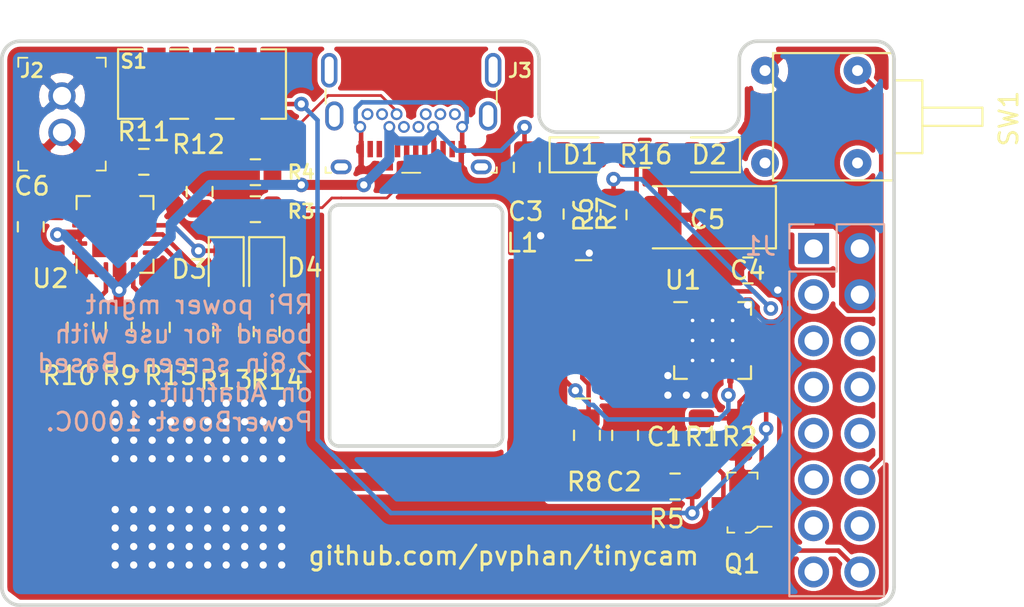
<source format=kicad_pcb>
(kicad_pcb (version 20171130) (host pcbnew 5.1.6-c6e7f7d~87~ubuntu20.04.1)
  (layers (0 F.Cu signal) (31 B.Cu signal) (34 B.Paste user) (35 F.Paste user) (36 B.SilkS user hide) (37 F.SilkS user) (38 B.Mask user) (39 F.Mask user) (44 Edge.Cuts user))
  (net 0 "")
  (net 1 GND)
  (net 2 VBAT)
  (net 3 VBUS)
  (net 4 5.0V)
  (net 5 "Net-(D1-Pad2)")
  (net 6 "Net-(D3-Pad2)")
  (net 7 "Net-(D4-Pad2)")
  (net 8 PI_3V3)
  (net 9 PI_BCM_2_SDA)
  (net 10 PI_BCM_3_SCL)
  (net 11 PI_BCM_4_GPCLK0)
  (net 12 PI_BCM_14_TXD)
  (net 13 PI_BCM_15_RXD)
  (net 14 PI_BCM_17)
  (net 15 PI_BCM_18_PWM0)
  (net 16 PI_BCM_27)
  (net 17 PI_BCM_22)
  (net 18 PI_BCM_23)
  (net 19 "Net-(L1-Pad2)")
  (net 20 "Net-(Q1-Pad2)")
  (net 21 "Net-(R1-Pad2)")
  (net 22 "Net-(R5-Pad2)")
  (net 23 "Net-(R6-Pad2)")
  (net 24 "Net-(R10-Pad1)")
  (net 25 "Net-(R11-Pad1)")
  (net 26 "Net-(R12-Pad1)")
  (net 27 "Net-(R13-Pad2)")
  (net 28 "Net-(R14-Pad2)")
  (net 29 "Net-(R15-Pad1)")
  (net 30 "Net-(S1-Pad3)")
  (net 31 "Net-(S1-Pad4)")
  (net 32 "Net-(S1-Pad5)")
  (net 33 "Net-(S1-Pad6)")
  (net 34 "Net-(U1-Pad2)")
  (net 35 "Net-(U2-Pad6)")
  (net 36 "Net-(J3-PadB2)")
  (net 37 "Net-(J3-PadB3)")
  (net 38 "Net-(J3-PadB5)")
  (net 39 "Net-(J3-PadB8)")
  (net 40 "Net-(J3-PadB10)")
  (net 41 "Net-(J3-PadB11)")
  (net 42 "Net-(J3-PadB6)")
  (net 43 "Net-(J3-PadB7)")
  (net 44 "Net-(J3-PadA11)")
  (net 45 "Net-(J3-PadA10)")
  (net 46 "Net-(J3-PadA8)")
  (net 47 "Net-(J3-PadA7)")
  (net 48 "Net-(J3-PadA6)")
  (net 49 "Net-(J3-PadA5)")
  (net 50 "Net-(J3-PadA3)")
  (net 51 "Net-(J3-PadA2)")
  (net 52 VLIPO)
  (net 53 "Net-(D2-Pad2)")
  (net 54 "Net-(J1-Pad14)")
  (net 55 "Net-(J1-Pad9)")
  (net 56 "Net-(J1-Pad6)")
  (module Inductor_SMD:L_Wuerth_WE-PD2-Typ-L (layer F.Cu) (at 182.92 84.836)
    (fp_text reference L1 (at -3.342 -4.75) (layer F.SilkS))
    (fp_text value "6.8 uH")
    (pad 2 smd rect (at 2.5 0) (size 3 7.5) (layers F.Cu F.Paste F.Mask) (net 19 "Net-(L1-Pad2)"))
    (pad 1 smd rect (at -2.5 0) (size 3 7.5) (layers F.Cu F.Paste F.Mask) (net 2 VBAT))
  )
  (module Capacitor_Tantalum_SMD:CP_EIA-6032-20_AVX-F (layer F.Cu) (at 189.752 78.6765 180)
    (fp_text reference C5 (at 0 -0.127) (layer F.SilkS))
    (fp_text value "100 uF")
    (pad 2 smd roundrect (at 2.4625 0 180) (size 2.075 2.35) (layers F.Cu F.Paste F.Mask) (roundrect_rratio 0.120482) (net 1 GND))
    (pad 1 smd roundrect (at -2.4625 0 180) (size 2.075 2.35) (layers F.Cu F.Paste F.Mask) (roundrect_rratio 0.120482) (net 4 5.0V))
  )
  (module Package_DFN_QFN:Texas_S-PVQFN-N16_EP2.7x2.7mm_ThermalVias (layer F.Cu) (at 190.034 85.4495)
    (fp_text reference U1 (at -1.6295 -3.32) (layer F.SilkS))
    (fp_text value TPS61090)
    (pad 17 smd rect (at 0 0) (size 2.7 2.7) (layers B.Cu) (net 1 GND))
    (pad 17 thru_hole circle (at 1.1 1.1) (size 0.5 0.5) (drill 0.2) (layers *.Cu) (net 1 GND))
    (pad 17 thru_hole circle (at 0 1.1) (size 0.5 0.5) (drill 0.2) (layers *.Cu) (net 1 GND))
    (pad 17 thru_hole circle (at -1.1 1.1) (size 0.5 0.5) (drill 0.2) (layers *.Cu) (net 1 GND))
    (pad 17 thru_hole circle (at 1.1 0) (size 0.5 0.5) (drill 0.2) (layers *.Cu) (net 1 GND))
    (pad 17 thru_hole circle (at 0 0) (size 0.5 0.5) (drill 0.2) (layers *.Cu) (net 1 GND))
    (pad 17 thru_hole circle (at -1.1 0) (size 0.5 0.5) (drill 0.2) (layers *.Cu) (net 1 GND))
    (pad 17 thru_hole circle (at 1.1 -1.1) (size 0.5 0.5) (drill 0.2) (layers *.Cu) (net 1 GND))
    (pad 17 thru_hole circle (at 0 -1.1) (size 0.5 0.5) (drill 0.2) (layers *.Cu) (net 1 GND))
    (pad 17 thru_hole circle (at -1.1 -1.1) (size 0.5 0.5) (drill 0.2) (layers *.Cu) (net 1 GND))
    (pad 17 smd rect (at 0 0) (size 2.7 2.7) (layers F.Cu F.Mask) (net 1 GND))
    (pad 16 smd roundrect (at -0.975 -1.9625) (size 0.35 0.825) (layers F.Cu F.Paste F.Mask) (net 4 5.0V))
    (pad 15 smd roundrect (at -0.325 -1.9625) (size 0.35 0.825) (layers F.Cu F.Paste F.Mask) (net 4 5.0V))
    (pad 14 smd roundrect (at 0.325 -1.9625) (size 0.35 0.825) (layers F.Cu F.Paste F.Mask) (net 23 "Net-(R6-Pad2)"))
    (pad 13 smd roundrect (at 0.975 -1.9625) (size 0.35 0.825) (layers F.Cu F.Paste F.Mask) (net 1 GND) (clearance 0.2))
    (pad 12 smd roundrect (at 1.9625 -0.975) (size 0.825 0.35) (layers F.Cu F.Paste F.Mask) (net 18 PI_BCM_23))
    (pad 11 smd roundrect (at 1.9625 -0.325) (size 0.825 0.35) (layers F.Cu F.Paste F.Mask) (net 22 "Net-(R5-Pad2)"))
    (pad 10 smd roundrect (at 1.9625 0.325) (size 0.825 0.35) (layers F.Cu F.Paste F.Mask) (net 1 GND))
    (pad 9 smd roundrect (at 1.9625 0.975) (size 0.825 0.35) (layers F.Cu F.Paste F.Mask) (net 21 "Net-(R1-Pad2)"))
    (pad 8 smd roundrect (at 0.975 1.9625) (size 0.35 0.825) (layers F.Cu F.Paste F.Mask) (net 2 VBAT))
    (pad 7 smd roundrect (at 0.325 1.9625) (size 0.35 0.825) (layers F.Cu F.Paste F.Mask) (net 1 GND))
    (pad 6 smd roundrect (at -0.325 1.9625) (size 0.35 0.825) (layers F.Cu F.Paste F.Mask) (net 1 GND))
    (pad 5 smd roundrect (at -0.975 1.9625) (size 0.35 0.825) (layers F.Cu F.Paste F.Mask) (net 1 GND))
    (pad 4 smd roundrect (at -1.9625 0.975) (size 0.825 0.35) (layers F.Cu F.Paste F.Mask) (net 19 "Net-(L1-Pad2)"))
    (pad 3 smd roundrect (at -1.9625 0.325) (size 0.825 0.35) (layers F.Cu F.Paste F.Mask) (net 19 "Net-(L1-Pad2)"))
    (pad 2 smd roundrect (at -1.9625 -0.325) (size 0.825 0.35) (layers F.Cu F.Paste F.Mask) (net 34 "Net-(U1-Pad2)"))
    (pad 1 smd roundrect (at -1.9625 -0.975) (size 0.825 0.35) (layers F.Cu F.Paste F.Mask) (net 4 5.0V))
  )
  (module tinycam:FP11SPA1B1TP00 (layer F.Cu) (at 195.453 73.152 270)
    (fp_text reference SW1 (at 0.1016 -10.8458 90) (layer F.SilkS))
    (fp_text value SW_SPST)
    (pad 2 thru_hole circle (at -2.54 2.54 270) (size 1.524 1.524) (drill 0.6) (layers *.Cu *.Mask) (net 1 GND))
    (pad "" thru_hole circle (at 2.54 2.54 270) (size 1.524 1.524) (drill 0.6) (layers *.Cu *.Mask))
    (pad "" thru_hole circle (at 2.54 -2.54 270) (size 1.524 1.524) (drill 0.6) (layers *.Cu *.Mask))
    (pad 1 thru_hole circle (at -2.54 -2.54 270) (size 1.524 1.524) (drill 0.6) (layers *.Cu *.Mask) (net 15 PI_BCM_18_PWM0))
  )
  (module Package_DFN_QFN:QFN-20-1EP_4x4mm_P0.5mm_EP2.5x2.5mm (layer F.Cu) (at 157.216 79.619 90)
    (fp_text reference U2 (at -2.423 -3.546 180) (layer F.SilkS))
    (fp_text value MCP73871-1AA)
    (pad 21 smd rect (at 0 0 90) (size 2.5 2.5) (layers F.Cu F.Mask) (net 1 GND))
    (pad 20 smd roundrect (at -1 -1.9375 90) (size 0.25 0.825) (layers F.Cu F.Paste F.Mask) (net 2 VBAT))
    (pad 19 smd roundrect (at -0.5 -1.9375 90) (size 0.25 0.825) (layers F.Cu F.Paste F.Mask) (net 3 VBUS))
    (pad 18 smd roundrect (at 0 -1.9375 90) (size 0.25 0.825) (layers F.Cu F.Paste F.Mask) (net 3 VBUS))
    (pad 17 smd roundrect (at 0.5 -1.9375 90) (size 0.25 0.825) (layers F.Cu F.Paste F.Mask) (net 3 VBUS))
    (pad 16 smd roundrect (at 1 -1.9375 90) (size 0.25 0.825) (layers F.Cu F.Paste F.Mask) (net 52 VLIPO))
    (pad 15 smd roundrect (at 1.9375 -1 90) (size 0.825 0.25) (layers F.Cu F.Paste F.Mask) (net 52 VLIPO))
    (pad 14 smd roundrect (at 1.9375 -0.5 90) (size 0.825 0.25) (layers F.Cu F.Paste F.Mask) (net 52 VLIPO))
    (pad 13 smd roundrect (at 1.9375 0 90) (size 0.825 0.25) (layers F.Cu F.Paste F.Mask) (net 25 "Net-(R11-Pad1)"))
    (pad 12 smd roundrect (at 1.9375 0.5 90) (size 0.825 0.25) (layers F.Cu F.Paste F.Mask) (net 26 "Net-(R12-Pad1)"))
    (pad 11 smd roundrect (at 1.9375 1 90) (size 0.825 0.25) (layers F.Cu F.Paste F.Mask) (net 1 GND))
    (pad 10 smd roundrect (at 1 1.9375 90) (size 0.25 0.825) (layers F.Cu F.Paste F.Mask) (net 1 GND))
    (pad 9 smd roundrect (at 0.5 1.9375 90) (size 0.25 0.825) (layers F.Cu F.Paste F.Mask) (net 3 VBUS))
    (pad 8 smd roundrect (at 0 1.9375 90) (size 0.25 0.825) (layers F.Cu F.Paste F.Mask) (net 27 "Net-(R13-Pad2)"))
    (pad 7 smd roundrect (at -0.5 1.9375 90) (size 0.25 0.825) (layers F.Cu F.Paste F.Mask) (net 28 "Net-(R14-Pad2)"))
    (pad 6 smd roundrect (at -1 1.9375 90) (size 0.25 0.825) (layers F.Cu F.Paste F.Mask) (net 35 "Net-(U2-Pad6)"))
    (pad 5 smd roundrect (at -1.9375 1 90) (size 0.825 0.25) (layers F.Cu F.Paste F.Mask) (net 29 "Net-(R15-Pad1)"))
    (pad 4 smd roundrect (at -1.9375 0.5 90) (size 0.825 0.25) (layers F.Cu F.Paste F.Mask) (net 3 VBUS))
    (pad 3 smd roundrect (at -1.9375 0 90) (size 0.825 0.25) (layers F.Cu F.Paste F.Mask) (net 3 VBUS))
    (pad 2 smd roundrect (at -1.9375 -0.5 90) (size 0.825 0.25) (layers F.Cu F.Paste F.Mask) (net 24 "Net-(R10-Pad1)"))
    (pad 1 smd roundrect (at -1.9375 -1 90) (size 0.825 0.25) (layers F.Cu F.Paste F.Mask) (net 2 VBAT))
  )
  (module Resistor_SMD:R_0805_2012Metric (layer F.Cu) (at 186.309 75.2475)
    (fp_text reference R16 (at 0.0635 0) (layer F.SilkS))
    (fp_text value 1K)
    (pad 2 smd roundrect (at 0.9375 0) (size 0.975 1.4) (layers F.Cu F.Paste F.Mask) (net 53 "Net-(D2-Pad2)"))
    (pad 1 smd roundrect (at -0.9375 0) (size 0.975 1.4) (layers F.Cu F.Paste F.Mask) (net 4 5.0V))
  )
  (module Resistor_SMD:R_0805_2012Metric (layer F.Cu) (at 159.512 84.724 270)
    (fp_text reference R15 (at 2.652 -0.762 180) (layer F.SilkS))
    (fp_text value 15K)
    (pad 2 smd roundrect (at 0.9375 0 270) (size 0.975 1.4) (layers F.Cu F.Paste F.Mask) (net 1 GND))
    (pad 1 smd roundrect (at -0.9375 0 270) (size 0.975 1.4) (layers F.Cu F.Paste F.Mask) (net 29 "Net-(R15-Pad1)"))
  )
  (module Resistor_SMD:R_0805_2012Metric (layer F.Cu) (at 165.5445 84.963 270)
    (fp_text reference R14 (at 2.667 -0.5715 180) (layer F.SilkS))
    (fp_text value 1K)
    (pad 2 smd roundrect (at 0.9375 0 270) (size 0.975 1.4) (layers F.Cu F.Paste F.Mask) (net 28 "Net-(R14-Pad2)"))
    (pad 1 smd roundrect (at -0.9375 0 270) (size 0.975 1.4) (layers F.Cu F.Paste F.Mask) (net 7 "Net-(D4-Pad2)"))
  )
  (module Resistor_SMD:R_0805_2012Metric (layer F.Cu) (at 163.322 84.963 270)
    (fp_text reference R13 (at 2.667 0 180) (layer F.SilkS))
    (fp_text value 1K)
    (pad 2 smd roundrect (at 0.9375 0 270) (size 0.975 1.4) (layers F.Cu F.Paste F.Mask) (net 27 "Net-(R13-Pad2)"))
    (pad 1 smd roundrect (at -0.9375 0 270) (size 0.975 1.4) (layers F.Cu F.Paste F.Mask) (net 6 "Net-(D3-Pad2)"))
  )
  (module Resistor_SMD:R_0805_2012Metric (layer F.Cu) (at 161.8615 77.2645 90)
    (fp_text reference R12 (at 2.5885 -0.0635 180) (layer F.SilkS))
    (fp_text value 100K)
    (pad 2 smd roundrect (at 0.9375 0 90) (size 0.975 1.4) (layers F.Cu F.Paste F.Mask) (net 1 GND))
    (pad 1 smd roundrect (at -0.9375 0 90) (size 0.975 1.4) (layers F.Cu F.Paste F.Mask) (net 26 "Net-(R12-Pad1)"))
  )
  (module Resistor_SMD:R_0805_2012Metric (layer F.Cu) (at 158.7985 75.6285)
    (fp_text reference R11 (at 0 -1.65) (layer F.SilkS))
    (fp_text value 1K)
    (pad 2 smd roundrect (at 0.9375 0) (size 0.975 1.4) (layers F.Cu F.Paste F.Mask) (net 1 GND))
    (pad 1 smd roundrect (at -0.9375 0) (size 0.975 1.4) (layers F.Cu F.Paste F.Mask) (net 25 "Net-(R11-Pad1)"))
  )
  (module Resistor_SMD:R_0805_2012Metric (layer F.Cu) (at 155.321 84.724 270)
    (fp_text reference R10 (at 2.652 0.635 180) (layer F.SilkS))
    (fp_text value 100K)
    (pad 2 smd roundrect (at 0.9375 0 270) (size 0.975 1.4) (layers F.Cu F.Paste F.Mask) (net 1 GND))
    (pad 1 smd roundrect (at -0.9375 0 270) (size 0.975 1.4) (layers F.Cu F.Paste F.Mask) (net 24 "Net-(R10-Pad1)"))
  )
  (module Resistor_SMD:R_0805_2012Metric (layer F.Cu) (at 157.4165 84.724 270)
    (fp_text reference R9 (at 2.652 -0.0635 180) (layer F.SilkS))
    (fp_text value 270K)
    (pad 2 smd roundrect (at 0.9375 0 270) (size 0.975 1.4) (layers F.Cu F.Paste F.Mask) (net 24 "Net-(R10-Pad1)"))
    (pad 1 smd roundrect (at -0.9375 0 270) (size 0.975 1.4) (layers F.Cu F.Paste F.Mask) (net 3 VBUS))
  )
  (module Resistor_SMD:R_0805_2012Metric (layer F.Cu) (at 183.134 90.663 90)
    (fp_text reference R8 (at -2.555 -0.127 180) (layer F.SilkS))
    (fp_text value 1K)
    (pad 2 smd roundrect (at 0.9375 0 90) (size 0.975 1.4) (layers F.Cu F.Paste F.Mask) (net 5 "Net-(D1-Pad2)"))
    (pad 1 smd roundrect (at -0.9375 0 90) (size 0.975 1.4) (layers F.Cu F.Paste F.Mask) (net 20 "Net-(Q1-Pad2)"))
  )
  (module Resistor_SMD:R_0805_2012Metric (layer F.Cu) (at 182.5625 78.501 270)
    (fp_text reference R7 (at 0 -1.65 90) (layer F.SilkS))
    (fp_text value 200K)
    (pad 2 smd roundrect (at 0.9375 0 270) (size 0.975 1.4) (layers F.Cu F.Paste F.Mask) (net 1 GND))
    (pad 1 smd roundrect (at -0.9375 0 270) (size 0.975 1.4) (layers F.Cu F.Paste F.Mask) (net 23 "Net-(R6-Pad2)"))
  )
  (module Resistor_SMD:R_0805_2012Metric (layer F.Cu) (at 184.5945 78.5345 90)
    (fp_text reference R6 (at 0 -1.65 90) (layer F.SilkS))
    (fp_text value 1.87M)
    (pad 2 smd roundrect (at 0.9375 0 90) (size 0.975 1.4) (layers F.Cu F.Paste F.Mask) (net 23 "Net-(R6-Pad2)"))
    (pad 1 smd roundrect (at -0.9375 0 90) (size 0.975 1.4) (layers F.Cu F.Paste F.Mask) (net 4 5.0V))
  )
  (module Resistor_SMD:R_0805_2012Metric (layer F.Cu) (at 187.975 93.472)
    (fp_text reference R5 (at -0.4595 1.778) (layer F.SilkS))
    (fp_text value 200K)
    (pad 2 smd roundrect (at 0.9375 0) (size 0.975 1.4) (layers F.Cu F.Paste F.Mask) (net 22 "Net-(R5-Pad2)"))
    (pad 1 smd roundrect (at -0.9375 0) (size 0.975 1.4) (layers F.Cu F.Paste F.Mask) (net 2 VBAT))
  )
  (module Resistor_SMD:R_0805_2012Metric (layer F.Cu) (at 191.516 90.6295 270)
    (fp_text reference R2 (at 0.112 0 180) (layer F.SilkS))
    (fp_text value 340K)
    (pad 2 smd roundrect (at 0.9375 0 270) (size 0.975 1.4) (layers F.Cu F.Paste F.Mask) (net 1 GND))
    (pad 1 smd roundrect (at -0.9375 0 270) (size 0.975 1.4) (layers F.Cu F.Paste F.Mask) (net 21 "Net-(R1-Pad2)"))
  )
  (module Resistor_SMD:R_0805_2012Metric (layer F.Cu) (at 189.4205 90.663 90)
    (fp_text reference R1 (at -0.0785 0.0635 180) (layer F.SilkS))
    (fp_text value 1.87M)
    (pad 2 smd roundrect (at 0.9375 0 90) (size 0.975 1.4) (layers F.Cu F.Paste F.Mask) (net 21 "Net-(R1-Pad2)"))
    (pad 1 smd roundrect (at -0.9375 0 90) (size 0.975 1.4) (layers F.Cu F.Paste F.Mask) (net 2 VBAT))
  )
  (module digikey-footprints:SOT-23-3 (layer F.Cu) (at 191.677 94.3585 180)
    (fp_text reference Q1 (at 0.025 -3.375) (layer F.SilkS))
    (fp_text value MMUN2211LT1G)
    (pad 1 smd rect (at -1.05 -0.95 180) (size 1.3 0.6) (layers F.Cu F.Paste F.Mask) (net 18 PI_BCM_23))
    (pad 2 smd rect (at -1.05 0.95 180) (size 1.3 0.6) (layers F.Cu F.Paste F.Mask) (net 20 "Net-(Q1-Pad2)"))
    (pad 3 smd rect (at 1.05 0 180) (size 1.3 0.6) (layers F.Cu F.Paste F.Mask) (net 2 VBAT))
  )
  (module LED_SMD:LED_0805_2012Metric (layer F.Cu) (at 165.5445 81.4555 270)
    (fp_text reference D4 (at 0 -2.0955 180) (layer F.SilkS))
    (fp_text value GREEN_LED)
    (pad 2 smd roundrect (at 0.9375 0 270) (size 0.975 1.4) (layers F.Cu F.Paste F.Mask) (net 7 "Net-(D4-Pad2)"))
    (pad 1 smd roundrect (at -0.9375 0 270) (size 0.975 1.4) (layers F.Cu F.Paste F.Mask) (net 3 VBUS))
  )
  (module LED_SMD:LED_0805_2012Metric (layer F.Cu) (at 163.322 81.4555 270)
    (fp_text reference D3 (at 0.0785 2.032 180) (layer F.SilkS))
    (fp_text value ORANGE_LED)
    (pad 2 smd roundrect (at 0.9375 0 270) (size 0.975 1.4) (layers F.Cu F.Paste F.Mask) (net 6 "Net-(D3-Pad2)"))
    (pad 1 smd roundrect (at -0.9375 0 270) (size 0.975 1.4) (layers F.Cu F.Paste F.Mask) (net 3 VBUS))
  )
  (module LED_SMD:LED_0805_2012Metric (layer F.Cu) (at 189.85 75.2475 180)
    (fp_text reference D2 (at 0 0) (layer F.SilkS))
    (fp_text value BLUE_LED)
    (pad 2 smd roundrect (at 0.9375 0 180) (size 0.975 1.4) (layers F.Cu F.Paste F.Mask) (net 53 "Net-(D2-Pad2)"))
    (pad 1 smd roundrect (at -0.9375 0 180) (size 0.975 1.4) (layers F.Cu F.Paste F.Mask) (net 1 GND))
  )
  (module LED_SMD:LED_0805_2012Metric (layer F.Cu) (at 182.768 75.2475)
    (fp_text reference D1 (at 0 0) (layer F.SilkS))
    (fp_text value RED_LED)
    (pad 2 smd roundrect (at 0.9375 0) (size 0.975 1.4) (layers F.Cu F.Paste F.Mask) (net 5 "Net-(D1-Pad2)"))
    (pad 1 smd roundrect (at -0.9375 0) (size 0.975 1.4) (layers F.Cu F.Paste F.Mask) (net 1 GND))
  )
  (module Capacitor_SMD:C_0805_2012Metric (layer F.Cu) (at 152.5905 79.1995 270)
    (fp_text reference C6 (at -2.2375 -0.0635 180) (layer F.SilkS))
    (fp_text value "10 uF")
    (pad 2 smd roundrect (at 0.9375 0 270) (size 0.975 1.4) (layers F.Cu F.Paste F.Mask) (net 1 GND))
    (pad 1 smd roundrect (at -0.9375 0 270) (size 0.975 1.4) (layers F.Cu F.Paste F.Mask) (net 52 VLIPO))
  )
  (module Capacitor_SMD:C_0805_2012Metric (layer F.Cu) (at 191.9755 81.5975)
    (fp_text reference C4 (at -0.015 0 180) (layer F.SilkS))
    (fp_text value "2.2 uF")
    (pad 2 smd roundrect (at 0.9375 0) (size 0.975 1.4) (layers F.Cu F.Paste F.Mask) (net 1 GND))
    (pad 1 smd roundrect (at -0.9375 0) (size 0.975 1.4) (layers F.Cu F.Paste F.Mask) (net 4 5.0V))
  )
  (module Capacitor_SMD:C_0805_2012Metric (layer F.Cu) (at 179.832 75.931 90)
    (fp_text reference C3 (at -2.428 -0.0635 180) (layer F.SilkS))
    (fp_text value "10 uF")
    (pad 2 smd roundrect (at 0.9375 0 90) (size 0.975 1.4) (layers F.Cu F.Paste F.Mask) (net 3 VBUS))
    (pad 1 smd roundrect (at -0.9375 0 90) (size 0.975 1.4) (layers F.Cu F.Paste F.Mask) (net 1 GND))
  )
  (module Capacitor_SMD:C_0805_2012Metric (layer F.Cu) (at 185.2295 90.663 90)
    (fp_text reference C2 (at -2.555 -0.0635 180) (layer F.SilkS))
    (fp_text value "0.1 uF")
    (pad 2 smd roundrect (at 0.9375 0 90) (size 0.975 1.4) (layers F.Cu F.Paste F.Mask) (net 1 GND))
    (pad 1 smd roundrect (at -0.9375 0 90) (size 0.975 1.4) (layers F.Cu F.Paste F.Mask) (net 2 VBAT))
  )
  (module Capacitor_SMD:C_0805_2012Metric (layer F.Cu) (at 187.325 90.663 90)
    (fp_text reference C1 (at -0.0785 0.0635 180) (layer F.SilkS))
    (fp_text value "10 uF")
    (pad 2 smd roundrect (at 0.9375 0 90) (size 0.975 1.4) (layers F.Cu F.Paste F.Mask) (net 1 GND))
    (pad 1 smd roundrect (at -0.9375 0 90) (size 0.975 1.4) (layers F.Cu F.Paste F.Mask) (net 2 VBAT))
  )
  (module Resistor_SMD:R_0805_2012Metric (layer F.Cu) (at 164.9245 76.2)
    (fp_text reference R4 (at 2.517 0) (layer F.SilkS) (effects (font (size 0.75 0.75))))
    (fp_text value 5.1k)
    (pad 2 smd roundrect (at 0.9375 0) (size 0.975 1.4) (layers F.Cu F.Paste F.Mask) (net 38 "Net-(J3-PadB5)"))
    (pad 1 smd roundrect (at -0.9375 0) (size 0.975 1.4) (layers F.Cu F.Paste F.Mask) (net 1 GND))
  )
  (module Resistor_SMD:R_0805_2012Metric (layer F.Cu) (at 164.9245 78.232)
    (fp_text reference R3 (at 2.517 0.127) (layer F.SilkS) (effects (font (size 0.75 0.75))))
    (fp_text value 5.1k)
    (pad 2 smd roundrect (at 0.9375 0) (size 0.975 1.4) (layers F.Cu F.Paste F.Mask) (net 49 "Net-(J3-PadA5)"))
    (pad 1 smd roundrect (at -0.9375 0) (size 0.975 1.4) (layers F.Cu F.Paste F.Mask) (net 1 GND))
  )
  (module digikey-footprints:USB-C_Female_E8124-015-01 (layer F.Cu) (at 173.482 74.93 180)
    (fp_text reference J3 (at -5.969 4.318) (layer F.SilkS) (effects (font (size 0.75 0.75))))
    (fp_text value USB_C_Receptacle)
    (pad SH thru_hole oval (at 4.5 4.335 180) (size 0.9 1.9) (drill oval 0.5 1.5) (layers *.Cu *.Mask))
    (pad SH thru_hole oval (at -4.5 4.335 180) (size 0.9 1.9) (drill oval 0.5 1.5) (layers *.Cu *.Mask))
    (pad SH thru_hole oval (at 4.22 1.82 180) (size 1 1.6) (drill oval 0.6 1.2) (layers *.Cu *.Mask))
    (pad SH thru_hole oval (at -4.22 1.82 180) (size 1 1.6) (drill oval 0.6 1.2) (layers *.Cu *.Mask))
    (pad SH thru_hole oval (at 3.845 -0.98 180) (size 1.15 0.8) (drill oval 0.75 0.4) (layers *.Cu *.Mask))
    (pad SH thru_hole oval (at -3.845 -0.98 180) (size 1.15 0.8) (drill oval 0.75 0.4) (layers *.Cu *.Mask))
    (pad "" smd rect (at 1.25 -0.98 180) (size 0.5 0.4) (layers F.Cu F.Paste F.Mask))
    (pad "" smd rect (at -1.25 -0.98 180) (size 0.5 0.4) (layers F.Cu F.Paste F.Mask))
    (pad "" np_thru_hole oval (at 3.6 0.57 180) (size 0.95 0.65) (drill oval 0.95 0.65) (layers *.Cu *.Mask))
    (pad "" np_thru_hole circle (at -3.6 0.57 180) (size 0.65 0.65) (drill 0.65) (layers *.Cu *.Mask))
    (pad B2 thru_hole circle (at 2.4 1.92 180) (size 0.65 0.65) (drill 0.4) (layers *.Cu *.Mask) (net 36 "Net-(J3-PadB2)"))
    (pad B3 thru_hole circle (at 1.6 1.92 180) (size 0.65 0.65) (drill 0.4) (layers *.Cu *.Mask) (net 37 "Net-(J3-PadB3)"))
    (pad B5 thru_hole circle (at 0.8 1.92 180) (size 0.65 0.65) (drill 0.4) (layers *.Cu *.Mask) (net 38 "Net-(J3-PadB5)"))
    (pad B8 thru_hole circle (at -0.8 1.92 180) (size 0.65 0.65) (drill 0.4) (layers *.Cu *.Mask) (net 39 "Net-(J3-PadB8)"))
    (pad B10 thru_hole circle (at -1.6 1.92 180) (size 0.65 0.65) (drill 0.4) (layers *.Cu *.Mask) (net 40 "Net-(J3-PadB10)"))
    (pad B11 thru_hole circle (at -2.4 1.92 180) (size 0.65 0.65) (drill 0.4) (layers *.Cu *.Mask) (net 41 "Net-(J3-PadB11)"))
    (pad B1 thru_hole circle (at 2.8 1.22 180) (size 0.65 0.65) (drill 0.4) (layers *.Cu *.Mask) (net 1 GND))
    (pad B4 thru_hole circle (at 1.2 1.22 180) (size 0.65 0.65) (drill 0.4) (layers *.Cu *.Mask) (net 3 VBUS))
    (pad B6 thru_hole circle (at 0.4 1.22 180) (size 0.65 0.65) (drill 0.4) (layers *.Cu *.Mask) (net 42 "Net-(J3-PadB6)"))
    (pad B7 thru_hole circle (at -0.4 1.22 180) (size 0.65 0.65) (drill 0.4) (layers *.Cu *.Mask) (net 43 "Net-(J3-PadB7)"))
    (pad B9 thru_hole circle (at -1.2 1.22 180) (size 0.65 0.65) (drill 0.4) (layers *.Cu *.Mask) (net 3 VBUS))
    (pad B12 thru_hole circle (at -2.8 1.22 180) (size 0.65 0.65) (drill 0.4) (layers *.Cu *.Mask) (net 1 GND))
    (pad A12 smd rect (at 2.75 0 180) (size 0.3 0.9) (layers F.Cu F.Paste F.Mask) (net 1 GND))
    (pad A11 smd rect (at 2.25 0 180) (size 0.3 0.9) (layers F.Cu F.Paste F.Mask) (net 44 "Net-(J3-PadA11)"))
    (pad A10 smd rect (at 1.75 0 180) (size 0.3 0.9) (layers F.Cu F.Paste F.Mask) (net 45 "Net-(J3-PadA10)"))
    (pad A9 smd rect (at 1.25 0 180) (size 0.3 0.9) (layers F.Cu F.Paste F.Mask) (net 3 VBUS))
    (pad A8 smd rect (at 0.75 0 180) (size 0.3 0.9) (layers F.Cu F.Paste F.Mask) (net 46 "Net-(J3-PadA8)"))
    (pad A7 smd rect (at 0.25 0 180) (size 0.3 0.9) (layers F.Cu F.Paste F.Mask) (net 47 "Net-(J3-PadA7)"))
    (pad A6 smd rect (at -0.25 0 180) (size 0.3 0.9) (layers F.Cu F.Paste F.Mask) (net 48 "Net-(J3-PadA6)"))
    (pad A5 smd rect (at -0.75 0 180) (size 0.3 0.9) (layers F.Cu F.Paste F.Mask) (net 49 "Net-(J3-PadA5)"))
    (pad A4 smd rect (at -1.25 0 180) (size 0.3 0.9) (layers F.Cu F.Paste F.Mask) (net 3 VBUS))
    (pad A3 smd rect (at -1.75 0 180) (size 0.3 0.9) (layers F.Cu F.Paste F.Mask) (net 50 "Net-(J3-PadA3)"))
    (pad A2 smd rect (at -2.25 0 180) (size 0.3 0.9) (layers F.Cu F.Paste F.Mask) (net 51 "Net-(J3-PadA2)"))
    (pad A1 smd rect (at -2.75 0 180) (size 0.3 0.9) (layers F.Cu F.Paste F.Mask) (net 1 GND))
  )
  (module Button_Switch_SMD:SW_DPDT_CK_JS202011JCQN (layer F.Cu) (at 161.99358 71.3548 180)
    (fp_text reference S1 (at 3.75158 1.2508) (layer F.SilkS) (effects (font (size 0.75 0.75))))
    (fp_text value JS202011SCQN)
    (pad 3 smd rect (at 2.5 -1.2 180) (size 1 1.6) (layers F.Cu F.Paste F.Mask) (net 30 "Net-(S1-Pad3)"))
    (pad 2 smd rect (at 0 -1.2 180) (size 1 1.6) (layers F.Cu F.Paste F.Mask) (net 1 GND))
    (pad 1 smd rect (at -2.5 -1.2 180) (size 1 1.6) (layers F.Cu F.Paste F.Mask) (net 22 "Net-(R5-Pad2)"))
    (pad 6 smd rect (at 2.5 1.2 180) (size 1 1.6) (layers F.Cu F.Paste F.Mask) (net 33 "Net-(S1-Pad6)"))
    (pad 5 smd rect (at 0 1.2 180) (size 1 1.6) (layers F.Cu F.Paste F.Mask) (net 32 "Net-(S1-Pad5)"))
    (pad 4 smd rect (at -2.5 1.2 180) (size 1 1.6) (layers F.Cu F.Paste F.Mask) (net 31 "Net-(S1-Pad4)"))
  )
  (module Connector_PinSocket_2.54mm:PinSocket_2x08_P2.54mm_Vertical (layer B.Cu) (at 195.58 80.391 180)
    (fp_text reference J1 (at 2.921 0.127) (layer B.SilkS) (effects (justify mirror)))
    (fp_text value Conn_02x08_Odd_Even)
    (pad 16 thru_hole oval (at -2.54 -17.78 180) (size 1.7 1.7) (drill 1) (layers *.Cu *.Mask) (net 18 PI_BCM_23))
    (pad 15 thru_hole oval (at 0 -17.78 180) (size 1.7 1.7) (drill 1) (layers *.Cu *.Mask) (net 17 PI_BCM_22))
    (pad 14 thru_hole oval (at -2.54 -15.24 180) (size 1.7 1.7) (drill 1) (layers *.Cu *.Mask) (net 54 "Net-(J1-Pad14)"))
    (pad 13 thru_hole oval (at 0 -15.24 180) (size 1.7 1.7) (drill 1) (layers *.Cu *.Mask) (net 16 PI_BCM_27))
    (pad 12 thru_hole oval (at -2.54 -12.7 180) (size 1.7 1.7) (drill 1) (layers *.Cu *.Mask) (net 15 PI_BCM_18_PWM0))
    (pad 11 thru_hole oval (at 0 -12.7 180) (size 1.7 1.7) (drill 1) (layers *.Cu *.Mask) (net 14 PI_BCM_17))
    (pad 10 thru_hole oval (at -2.54 -10.16 180) (size 1.7 1.7) (drill 1) (layers *.Cu *.Mask) (net 13 PI_BCM_15_RXD))
    (pad 9 thru_hole oval (at 0 -10.16 180) (size 1.7 1.7) (drill 1) (layers *.Cu *.Mask) (net 55 "Net-(J1-Pad9)"))
    (pad 8 thru_hole oval (at -2.54 -7.62 180) (size 1.7 1.7) (drill 1) (layers *.Cu *.Mask) (net 12 PI_BCM_14_TXD))
    (pad 7 thru_hole oval (at 0 -7.62 180) (size 1.7 1.7) (drill 1) (layers *.Cu *.Mask) (net 11 PI_BCM_4_GPCLK0))
    (pad 6 thru_hole oval (at -2.54 -5.08 180) (size 1.7 1.7) (drill 1) (layers *.Cu *.Mask) (net 56 "Net-(J1-Pad6)"))
    (pad 5 thru_hole oval (at 0 -5.08 180) (size 1.7 1.7) (drill 1) (layers *.Cu *.Mask) (net 10 PI_BCM_3_SCL))
    (pad 4 thru_hole oval (at -2.54 -2.54 180) (size 1.7 1.7) (drill 1) (layers *.Cu *.Mask) (net 4 5.0V))
    (pad 3 thru_hole oval (at 0 -2.54 180) (size 1.7 1.7) (drill 1) (layers *.Cu *.Mask) (net 9 PI_BCM_2_SDA))
    (pad 2 thru_hole oval (at -2.54 0 180) (size 1.7 1.7) (drill 1) (layers *.Cu *.Mask) (net 4 5.0V))
    (pad 1 thru_hole rect (at 0 0 180) (size 1.7 1.7) (drill 1) (layers *.Cu *.Mask) (net 8 PI_3V3))
  )
  (module digikey-footprints:PinHeader_1x2_P2mm_Drill1mm (layer F.Cu) (at 154.305 72.009 270)
    (fp_text reference J2 (at -1.397 1.651 180) (layer F.SilkS) (effects (font (size 0.75 0.75))))
    (fp_text value B2B-PH-K-S_LF__SN_)
    (pad 1 thru_hole circle (at 0 0 270) (size 1.5 1.5) (drill 1) (layers *.Cu *.Mask) (net 1 GND))
    (pad 2 thru_hole circle (at 2 0 270) (size 1.5 1.5) (drill 1) (layers *.Cu *.Mask) (net 52 VLIPO))
  )
  (gr_text "RPi power mgmt\nboard for use with\n2.8in screen. Based \non Adafruit \nPowerBoost 1000C." (at 168.1861 86.7029) (layer B.SilkS) (effects (font (size 1 1)) (justify left mirror)))
  (gr_line (start 178.5 90.75) (end 178.5 78.5) (layer Edge.Cuts) (width 0.2))
  (gr_text github.com/pvphan/tinycam (at 178.562 97.282) (layer F.SilkS) (effects (font (size 1 1) (thickness 0.16))))
  (gr_line (start 178 78) (end 169.5 78) (layer Edge.Cuts) (width 0.2))
  (gr_arc (start 178 78.5) (end 178.5 78.5) (angle -90) (layer Edge.Cuts) (width 0.2))
  (gr_arc (start 169.5 78.5) (end 169.5 78) (angle -90) (layer Edge.Cuts) (width 0.2))
  (gr_line (start 169 78.5) (end 169 90.75) (layer Edge.Cuts) (width 0.2))
  (gr_arc (start 178 90.75) (end 178 91.25) (angle -90) (layer Edge.Cuts) (width 0.2))
  (gr_arc (start 169.5 90.75) (end 169 90.75) (angle -90) (layer Edge.Cuts) (width 0.2))
  (gr_line (start 169.5 91.25) (end 178 91.25) (layer Edge.Cuts) (width 0.2))
  (gr_line (start 190.5 74) (end 181.5 74) (layer Edge.Cuts) (width 0.2))
  (gr_arc (start 190.5 73) (end 190.5 74) (angle -90) (layer Edge.Cuts) (width 0.2))
  (gr_arc (start 181.5 73) (end 180.5 73) (angle -90) (layer Edge.Cuts) (width 0.2))
  (gr_line (start 191.5 70) (end 191.5 73) (layer Edge.Cuts) (width 0.2))
  (gr_line (start 180.5 73) (end 180.5 70) (layer Edge.Cuts) (width 0.2))
  (gr_arc (start 192.5 70) (end 192.5 69) (angle -90) (layer Edge.Cuts) (width 0.2))
  (gr_arc (start 179.5 70) (end 180.5 70) (angle -90) (layer Edge.Cuts) (width 0.2))
  (gr_line (start 199 69) (end 192.5 69) (layer Edge.Cuts) (width 0.2))
  (gr_line (start 179.5 69) (end 152 69) (layer Edge.Cuts) (width 0.2))
  (gr_arc (start 199 70) (end 200 70) (angle -90) (layer Edge.Cuts) (width 0.2))
  (gr_arc (start 152 70) (end 152 69) (angle -90) (layer Edge.Cuts) (width 0.2))
  (gr_line (start 200 99) (end 200 70) (layer Edge.Cuts) (width 0.2))
  (gr_line (start 151 70) (end 151 99) (layer Edge.Cuts) (width 0.2))
  (gr_arc (start 199 99) (end 199 100) (angle -90) (layer Edge.Cuts) (width 0.2))
  (gr_arc (start 152 99) (end 151 99) (angle -90) (layer Edge.Cuts) (width 0.2))
  (gr_line (start 152 100) (end 199 100) (layer Edge.Cuts) (width 0.2))
  (segment (start 176.282 74.88) (end 176.232 74.93) (width 0.25) (layer F.Cu) (net 1))
  (segment (start 176.282 73.71) (end 176.282 74.88) (width 0.25) (layer F.Cu) (net 1))
  (segment (start 170.732 73.76) (end 170.682 73.71) (width 0.25) (layer F.Cu) (net 1))
  (segment (start 170.732 74.93) (end 170.732 73.76) (width 0.25) (layer F.Cu) (net 1))
  (segment (start 170.431999 73.459999) (end 170.682 73.71) (width 0.25) (layer B.Cu) (net 1))
  (segment (start 170.431999 72.697999) (end 170.431999 73.459999) (width 0.25) (layer B.Cu) (net 1))
  (segment (start 170.769999 72.359999) (end 170.431999 72.697999) (width 0.25) (layer B.Cu) (net 1))
  (segment (start 176.532001 73.459999) (end 176.532001 72.697999) (width 0.25) (layer B.Cu) (net 1))
  (segment (start 176.194001 72.359999) (end 170.769999 72.359999) (width 0.25) (layer B.Cu) (net 1))
  (segment (start 176.532001 72.697999) (end 176.194001 72.359999) (width 0.25) (layer B.Cu) (net 1))
  (segment (start 176.282 73.71) (end 176.532001 73.459999) (width 0.25) (layer B.Cu) (net 1))
  (segment (start 191.009 84.2245) (end 191.134 84.3495) (width 0.25) (layer F.Cu) (net 1))
  (segment (start 191.009 83.487) (end 191.009 84.2245) (width 0.25) (layer F.Cu) (net 1))
  (segment (start 191.459 85.7745) (end 191.134 85.4495) (width 0.25) (layer F.Cu) (net 1))
  (segment (start 191.9965 85.7745) (end 191.459 85.7745) (width 0.25) (layer F.Cu) (net 1))
  (segment (start 189.709 86.8745) (end 190.034 86.5495) (width 0.25) (layer F.Cu) (net 1))
  (segment (start 189.709 87.412) (end 189.709 86.8745) (width 0.25) (layer F.Cu) (net 1))
  (via (at 187.579 87.376) (size 0.8) (drill 0.4) (layers F.Cu B.Cu) (net 1))
  (via (at 188.595 88.4555) (size 0.8) (drill 0.4) (layers F.Cu B.Cu) (net 1))
  (via (at 187.579 88.4555) (size 0.8) (drill 0.4) (layers F.Cu B.Cu) (net 1))
  (via (at 189.611 88.4555) (size 0.8) (drill 0.4) (layers F.Cu B.Cu) (net 1))
  (segment (start 181.453 75.2475) (end 181.8305 75.2475) (width 0.25) (layer F.Cu) (net 1))
  (segment (start 179.832 76.8685) (end 181.453 75.2475) (width 0.25) (layer F.Cu) (net 1))
  (segment (start 158.216 78.619) (end 157.216 79.619) (width 0.25) (layer F.Cu) (net 1))
  (segment (start 158.216 77.6815) (end 158.216 78.619) (width 0.25) (layer F.Cu) (net 1))
  (via (at 191.9605 83.5025) (size 0.8) (drill 0.4) (layers F.Cu B.Cu) (net 1))
  (segment (start 191.945 83.487) (end 191.9605 83.5025) (width 0.25) (layer F.Cu) (net 1))
  (segment (start 191.009 83.487) (end 191.945 83.487) (width 0.25) (layer F.Cu) (net 1))
  (via (at 193.6115 82.677) (size 0.8) (drill 0.4) (layers F.Cu B.Cu) (net 1))
  (segment (start 192.913 81.9785) (end 193.6115 82.677) (width 0.25) (layer F.Cu) (net 1))
  (segment (start 192.913 81.5975) (end 192.913 81.9785) (width 0.25) (layer F.Cu) (net 1))
  (segment (start 192.876001 84.418001) (end 191.9605 83.5025) (width 0.25) (layer B.Cu) (net 1))
  (segment (start 193.578501 84.418001) (end 192.876001 84.418001) (width 0.25) (layer B.Cu) (net 1))
  (segment (start 194.011499 83.985003) (end 193.578501 84.418001) (width 0.25) (layer B.Cu) (net 1))
  (segment (start 194.011499 83.076999) (end 194.011499 83.985003) (width 0.25) (layer B.Cu) (net 1))
  (segment (start 193.6115 82.677) (end 194.011499 83.076999) (width 0.25) (layer B.Cu) (net 1))
  (via (at 183.261 80.645) (size 0.8) (drill 0.4) (layers F.Cu B.Cu) (net 1))
  (segment (start 182.5625 79.9465) (end 183.261 80.645) (width 0.25) (layer F.Cu) (net 1))
  (segment (start 182.5625 79.4385) (end 182.5625 79.9465) (width 0.25) (layer F.Cu) (net 1))
  (via (at 180.594 79.6925) (size 0.8) (drill 0.4) (layers F.Cu B.Cu) (net 1))
  (segment (start 182.3085 79.6925) (end 180.594 79.6925) (width 0.25) (layer B.Cu) (net 1))
  (segment (start 183.261 80.645) (end 182.3085 79.6925) (width 0.25) (layer B.Cu) (net 1))
  (via (at 157.226 88.9) (size 0.8) (drill 0.4) (layers F.Cu B.Cu) (net 1))
  (via (at 158.242 88.9) (size 0.8) (drill 0.4) (layers F.Cu B.Cu) (net 1))
  (via (at 159.258 88.9) (size 0.8) (drill 0.4) (layers F.Cu B.Cu) (net 1))
  (via (at 160.274 88.9) (size 0.8) (drill 0.4) (layers F.Cu B.Cu) (net 1))
  (via (at 161.29 88.9) (size 0.8) (drill 0.4) (layers F.Cu B.Cu) (net 1))
  (via (at 162.306 88.9) (size 0.8) (drill 0.4) (layers F.Cu B.Cu) (net 1))
  (via (at 163.322 88.9) (size 0.8) (drill 0.4) (layers F.Cu B.Cu) (net 1))
  (via (at 164.338 88.9) (size 0.8) (drill 0.4) (layers F.Cu B.Cu) (net 1))
  (via (at 165.354 88.9) (size 0.8) (drill 0.4) (layers F.Cu B.Cu) (net 1))
  (via (at 166.37 88.9) (size 0.8) (drill 0.4) (layers F.Cu B.Cu) (net 1))
  (via (at 160.274 89.916) (size 0.8) (drill 0.4) (layers F.Cu B.Cu) (net 1))
  (via (at 163.322 89.916) (size 0.8) (drill 0.4) (layers F.Cu B.Cu) (net 1))
  (via (at 164.338 89.916) (size 0.8) (drill 0.4) (layers F.Cu B.Cu) (net 1))
  (via (at 165.354 89.916) (size 0.8) (drill 0.4) (layers F.Cu B.Cu) (net 1))
  (via (at 166.37 89.916) (size 0.8) (drill 0.4) (layers F.Cu B.Cu) (net 1))
  (via (at 161.29 89.916) (size 0.8) (drill 0.4) (layers F.Cu B.Cu) (net 1))
  (via (at 158.242 89.916) (size 0.8) (drill 0.4) (layers F.Cu B.Cu) (net 1))
  (via (at 162.306 89.916) (size 0.8) (drill 0.4) (layers F.Cu B.Cu) (net 1))
  (via (at 159.258 89.916) (size 0.8) (drill 0.4) (layers F.Cu B.Cu) (net 1))
  (via (at 157.226 89.916) (size 0.8) (drill 0.4) (layers F.Cu B.Cu) (net 1))
  (via (at 165.354 90.932) (size 0.8) (drill 0.4) (layers F.Cu B.Cu) (net 1))
  (via (at 166.37 90.932) (size 0.8) (drill 0.4) (layers F.Cu B.Cu) (net 1))
  (via (at 160.274 90.932) (size 0.8) (drill 0.4) (layers F.Cu B.Cu) (net 1))
  (via (at 157.226 90.932) (size 0.8) (drill 0.4) (layers F.Cu B.Cu) (net 1))
  (via (at 159.258 90.932) (size 0.8) (drill 0.4) (layers F.Cu B.Cu) (net 1))
  (via (at 158.242 90.932) (size 0.8) (drill 0.4) (layers F.Cu B.Cu) (net 1))
  (via (at 164.338 90.932) (size 0.8) (drill 0.4) (layers F.Cu B.Cu) (net 1))
  (via (at 161.29 90.932) (size 0.8) (drill 0.4) (layers F.Cu B.Cu) (net 1))
  (via (at 163.322 90.932) (size 0.8) (drill 0.4) (layers F.Cu B.Cu) (net 1))
  (via (at 162.306 90.932) (size 0.8) (drill 0.4) (layers F.Cu B.Cu) (net 1))
  (via (at 163.322 91.948) (size 0.8) (drill 0.4) (layers F.Cu B.Cu) (net 1))
  (via (at 166.37 91.948) (size 0.8) (drill 0.4) (layers F.Cu B.Cu) (net 1))
  (via (at 159.258 91.948) (size 0.8) (drill 0.4) (layers F.Cu B.Cu) (net 1))
  (via (at 165.354 91.948) (size 0.8) (drill 0.4) (layers F.Cu B.Cu) (net 1))
  (via (at 161.29 91.948) (size 0.8) (drill 0.4) (layers F.Cu B.Cu) (net 1))
  (via (at 164.338 91.948) (size 0.8) (drill 0.4) (layers F.Cu B.Cu) (net 1))
  (via (at 158.242 91.948) (size 0.8) (drill 0.4) (layers F.Cu B.Cu) (net 1))
  (via (at 162.306 91.948) (size 0.8) (drill 0.4) (layers F.Cu B.Cu) (net 1))
  (via (at 160.274 91.948) (size 0.8) (drill 0.4) (layers F.Cu B.Cu) (net 1))
  (via (at 157.226 91.948) (size 0.8) (drill 0.4) (layers F.Cu B.Cu) (net 1))
  (via (at 160.274 94.742) (size 0.8) (drill 0.4) (layers F.Cu B.Cu) (net 1))
  (via (at 163.322 96.774) (size 0.8) (drill 0.4) (layers F.Cu B.Cu) (net 1))
  (via (at 163.322 94.742) (size 0.8) (drill 0.4) (layers F.Cu B.Cu) (net 1))
  (via (at 164.338 94.742) (size 0.8) (drill 0.4) (layers F.Cu B.Cu) (net 1))
  (via (at 166.37 96.774) (size 0.8) (drill 0.4) (layers F.Cu B.Cu) (net 1))
  (via (at 165.354 94.742) (size 0.8) (drill 0.4) (layers F.Cu B.Cu) (net 1))
  (via (at 159.258 96.774) (size 0.8) (drill 0.4) (layers F.Cu B.Cu) (net 1))
  (via (at 159.258 97.79) (size 0.8) (drill 0.4) (layers F.Cu B.Cu) (net 1))
  (via (at 165.354 95.758) (size 0.8) (drill 0.4) (layers F.Cu B.Cu) (net 1))
  (via (at 166.37 95.758) (size 0.8) (drill 0.4) (layers F.Cu B.Cu) (net 1))
  (via (at 158.242 97.79) (size 0.8) (drill 0.4) (layers F.Cu B.Cu) (net 1))
  (via (at 166.37 94.742) (size 0.8) (drill 0.4) (layers F.Cu B.Cu) (net 1))
  (via (at 161.29 94.742) (size 0.8) (drill 0.4) (layers F.Cu B.Cu) (net 1))
  (via (at 165.354 96.774) (size 0.8) (drill 0.4) (layers F.Cu B.Cu) (net 1))
  (via (at 161.29 97.79) (size 0.8) (drill 0.4) (layers F.Cu B.Cu) (net 1))
  (via (at 161.29 96.774) (size 0.8) (drill 0.4) (layers F.Cu B.Cu) (net 1))
  (via (at 164.338 97.79) (size 0.8) (drill 0.4) (layers F.Cu B.Cu) (net 1))
  (via (at 160.274 95.758) (size 0.8) (drill 0.4) (layers F.Cu B.Cu) (net 1))
  (via (at 163.322 97.79) (size 0.8) (drill 0.4) (layers F.Cu B.Cu) (net 1))
  (via (at 157.226 95.758) (size 0.8) (drill 0.4) (layers F.Cu B.Cu) (net 1))
  (via (at 159.258 95.758) (size 0.8) (drill 0.4) (layers F.Cu B.Cu) (net 1))
  (via (at 158.242 95.758) (size 0.8) (drill 0.4) (layers F.Cu B.Cu) (net 1))
  (via (at 160.274 97.79) (size 0.8) (drill 0.4) (layers F.Cu B.Cu) (net 1))
  (via (at 165.354 97.79) (size 0.8) (drill 0.4) (layers F.Cu B.Cu) (net 1))
  (via (at 164.338 95.758) (size 0.8) (drill 0.4) (layers F.Cu B.Cu) (net 1))
  (via (at 161.29 95.758) (size 0.8) (drill 0.4) (layers F.Cu B.Cu) (net 1))
  (via (at 164.338 96.774) (size 0.8) (drill 0.4) (layers F.Cu B.Cu) (net 1))
  (via (at 158.242 96.774) (size 0.8) (drill 0.4) (layers F.Cu B.Cu) (net 1))
  (via (at 158.242 94.742) (size 0.8) (drill 0.4) (layers F.Cu B.Cu) (net 1))
  (via (at 162.306 94.742) (size 0.8) (drill 0.4) (layers F.Cu B.Cu) (net 1))
  (via (at 159.258 94.742) (size 0.8) (drill 0.4) (layers F.Cu B.Cu) (net 1))
  (via (at 157.226 97.79) (size 0.8) (drill 0.4) (layers F.Cu B.Cu) (net 1))
  (via (at 162.306 96.774) (size 0.8) (drill 0.4) (layers F.Cu B.Cu) (net 1))
  (via (at 160.274 96.774) (size 0.8) (drill 0.4) (layers F.Cu B.Cu) (net 1))
  (via (at 157.226 94.742) (size 0.8) (drill 0.4) (layers F.Cu B.Cu) (net 1))
  (via (at 163.322 95.758) (size 0.8) (drill 0.4) (layers F.Cu B.Cu) (net 1))
  (via (at 162.306 95.758) (size 0.8) (drill 0.4) (layers F.Cu B.Cu) (net 1))
  (via (at 166.37 97.79) (size 0.8) (drill 0.4) (layers F.Cu B.Cu) (net 1))
  (via (at 157.226 96.774) (size 0.8) (drill 0.4) (layers F.Cu B.Cu) (net 1))
  (via (at 162.306 97.79) (size 0.8) (drill 0.4) (layers F.Cu B.Cu) (net 1))
  (segment (start 190.627 92.807) (end 190.627 94.3585) (width 0.25) (layer F.Cu) (net 2))
  (segment (start 189.4205 91.6005) (end 190.627 92.807) (width 0.25) (layer F.Cu) (net 2))
  (via (at 190.901201 88.452251) (size 0.8) (drill 0.4) (layers F.Cu B.Cu) (net 2))
  (segment (start 191.009 88.344452) (end 190.901201 88.452251) (width 0.25) (layer F.Cu) (net 2))
  (segment (start 191.009 87.412) (end 191.009 88.344452) (width 0.25) (layer F.Cu) (net 2))
  (via (at 182.499 88.2015) (size 0.8) (drill 0.4) (layers F.Cu B.Cu) (net 2))
  (segment (start 183.287501 88.990001) (end 182.499 88.2015) (width 0.25) (layer B.Cu) (net 2))
  (segment (start 180.42 86.1225) (end 180.42 84.836) (width 0.25) (layer F.Cu) (net 2))
  (segment (start 182.499 88.2015) (end 180.42 86.1225) (width 0.25) (layer F.Cu) (net 2))
  (segment (start 156.068498 81.5565) (end 156.216 81.5565) (width 0.25) (layer F.Cu) (net 2))
  (segment (start 155.2785 80.766502) (end 156.068498 81.5565) (width 0.25) (layer F.Cu) (net 2))
  (segment (start 155.2785 80.619) (end 155.2785 80.766502) (width 0.25) (layer F.Cu) (net 2))
  (segment (start 180.42 92.376) (end 180.42 84.836) (width 1) (layer F.Cu) (net 2))
  (segment (start 179.578 93.218) (end 180.42 92.376) (width 1) (layer F.Cu) (net 2))
  (segment (start 156.867998 93.218) (end 179.578 93.218) (width 1) (layer F.Cu) (net 2))
  (segment (start 152.654 89.004002) (end 156.867998 93.218) (width 1) (layer F.Cu) (net 2))
  (segment (start 152.654 84.41882) (end 152.654 89.004002) (width 1) (layer F.Cu) (net 2))
  (segment (start 155.194 81.788) (end 155.194 81.87882) (width 1) (layer F.Cu) (net 2))
  (segment (start 155.194 81.87882) (end 152.654 84.41882) (width 1) (layer F.Cu) (net 2))
  (segment (start 155.265999 81.716001) (end 155.194 81.788) (width 1) (layer F.Cu) (net 2))
  (segment (start 183.287501 88.990001) (end 183.478001 88.990001) (width 0.25) (layer B.Cu) (net 2))
  (segment (start 183.478001 88.990001) (end 184.277 89.789) (width 0.25) (layer B.Cu) (net 2))
  (segment (start 184.277 89.789) (end 190.373 89.789) (width 0.25) (layer B.Cu) (net 2))
  (segment (start 190.901201 89.260799) (end 190.901201 88.452251) (width 0.25) (layer B.Cu) (net 2))
  (segment (start 190.373 89.789) (end 190.901201 89.260799) (width 0.25) (layer B.Cu) (net 2))
  (segment (start 174.732 73.76) (end 174.682 73.71) (width 0.25) (layer F.Cu) (net 3))
  (segment (start 174.732 74.93) (end 174.732 73.76) (width 0.25) (layer F.Cu) (net 3))
  (segment (start 172.232 73.76) (end 172.282 73.71) (width 0.25) (layer F.Cu) (net 3))
  (segment (start 172.232 74.93) (end 172.232 73.76) (width 0.25) (layer F.Cu) (net 3))
  (segment (start 174.254001 74.485001) (end 174.682 74.057002) (width 0.5) (layer B.Cu) (net 3))
  (segment (start 172.709999 74.485001) (end 174.254001 74.485001) (width 0.5) (layer B.Cu) (net 3))
  (segment (start 172.282 74.057002) (end 172.709999 74.485001) (width 0.5) (layer B.Cu) (net 3))
  (segment (start 174.682 74.057002) (end 174.682 73.71) (width 0.5) (layer B.Cu) (net 3))
  (segment (start 172.282 73.71) (end 172.282 74.057002) (width 0.5) (layer B.Cu) (net 3))
  (segment (start 178.418499 75.010001) (end 179.705 73.7235) (width 0.25) (layer B.Cu) (net 3))
  (via (at 179.705 73.7235) (size 0.8) (drill 0.4) (layers F.Cu B.Cu) (net 3))
  (segment (start 175.982001 75.010001) (end 178.418499 75.010001) (width 0.25) (layer B.Cu) (net 3))
  (segment (start 174.682 73.71) (end 175.982001 75.010001) (width 0.25) (layer B.Cu) (net 3))
  (segment (start 179.705 74.8665) (end 179.832 74.9935) (width 0.25) (layer F.Cu) (net 3))
  (segment (start 179.705 73.7235) (end 179.705 74.8665) (width 0.25) (layer F.Cu) (net 3))
  (segment (start 155.2785 79.119) (end 155.2785 79.619) (width 0.25) (layer F.Cu) (net 3))
  (segment (start 155.2785 80.119) (end 155.2785 79.619) (width 0.25) (layer F.Cu) (net 3))
  (via (at 170.8785 76.8985) (size 0.8) (drill 0.4) (layers F.Cu B.Cu) (net 3))
  (segment (start 172.282 75.495) (end 170.8785 76.8985) (width 0.55) (layer B.Cu) (net 3))
  (segment (start 172.282 73.71) (end 172.282 75.495) (width 0.55) (layer B.Cu) (net 3))
  (via (at 167.4495 76.8985) (size 0.8) (drill 0.4) (layers F.Cu B.Cu) (net 3))
  (segment (start 170.8785 76.8985) (end 167.4495 76.8985) (width 0.55) (layer F.Cu) (net 3))
  (segment (start 167.4495 76.8985) (end 162.433 76.8985) (width 0.55) (layer B.Cu) (net 3))
  (segment (start 157.48 82.6135) (end 157.48 81.534) (width 0.55) (layer F.Cu) (net 3))
  (segment (start 157.4165 82.677) (end 157.48 82.6135) (width 0.55) (layer F.Cu) (net 3))
  (segment (start 157.4165 83.7865) (end 157.4165 82.677) (width 0.55) (layer F.Cu) (net 3))
  (segment (start 163.322 80.518) (end 165.5445 80.518) (width 0.25) (layer F.Cu) (net 3))
  (via (at 161.798 80.518) (size 0.8) (drill 0.4) (layers F.Cu B.Cu) (net 3))
  (segment (start 163.322 80.518) (end 161.798 80.518) (width 0.25) (layer F.Cu) (net 3))
  (segment (start 161.798 80.518) (end 160.3375 79.0575) (width 0.25) (layer B.Cu) (net 3))
  (segment (start 160.3375 79.0575) (end 160.274 79.0575) (width 0.25) (layer B.Cu) (net 3))
  (segment (start 162.433 76.8985) (end 160.274 79.0575) (width 0.55) (layer B.Cu) (net 3))
  (segment (start 160.399 79.119) (end 161.798 80.518) (width 0.25) (layer F.Cu) (net 3))
  (segment (start 159.1535 79.119) (end 160.399 79.119) (width 0.25) (layer F.Cu) (net 3))
  (segment (start 160.274 79.0575) (end 160.274 79.756) (width 0.55) (layer B.Cu) (net 3))
  (via (at 157.441 82.677) (size 0.8) (drill 0.4) (layers F.Cu B.Cu) (net 3))
  (segment (start 157.441 82.589) (end 157.441 82.677) (width 0.55) (layer B.Cu) (net 3))
  (segment (start 160.274 79.756) (end 157.441 82.589) (width 0.55) (layer B.Cu) (net 3))
  (segment (start 157.441 82.677) (end 154.393 79.629) (width 0.55) (layer B.Cu) (net 3))
  (via (at 154.051 79.629) (size 0.8) (drill 0.4) (layers F.Cu B.Cu) (net 3))
  (segment (start 154.393 79.629) (end 154.051 79.629) (width 0.55) (layer B.Cu) (net 3))
  (segment (start 155.2685 79.629) (end 155.2785 79.619) (width 0.55) (layer F.Cu) (net 3))
  (segment (start 154.051 79.629) (end 155.2685 79.629) (width 0.55) (layer F.Cu) (net 3))
  (segment (start 185.857027 78.209473) (end 184.5945 79.472) (width 0.25) (layer F.Cu) (net 4))
  (segment (start 185.857027 75.733027) (end 185.857027 78.209473) (width 0.25) (layer F.Cu) (net 4))
  (segment (start 185.3715 75.2475) (end 185.857027 75.733027) (width 0.25) (layer F.Cu) (net 4))
  (segment (start 185.29901 80.17651) (end 187.30101 80.17651) (width 0.25) (layer F.Cu) (net 4))
  (segment (start 184.5945 79.472) (end 185.29901 80.17651) (width 0.25) (layer F.Cu) (net 4))
  (segment (start 187.30101 80.17651) (end 187.96 80.8355) (width 0.25) (layer F.Cu) (net 4))
  (segment (start 183.224001 89.635499) (end 183.134 89.7255) (width 0.25) (layer F.Cu) (net 5))
  (segment (start 183.224001 87.853499) (end 183.224001 89.635499) (width 0.25) (layer F.Cu) (net 5))
  (segment (start 182.88 87.509498) (end 183.224001 87.853499) (width 0.25) (layer F.Cu) (net 5))
  (segment (start 182.88 81.3435) (end 182.88 87.509498) (width 0.25) (layer F.Cu) (net 5))
  (segment (start 181.53749 80.00099) (end 182.88 81.3435) (width 0.25) (layer F.Cu) (net 5))
  (segment (start 181.53749 77.08416) (end 181.53749 80.00099) (width 0.25) (layer F.Cu) (net 5))
  (segment (start 183.37415 75.2475) (end 181.53749 77.08416) (width 0.25) (layer F.Cu) (net 5))
  (segment (start 183.7055 75.2475) (end 183.37415 75.2475) (width 0.25) (layer F.Cu) (net 5))
  (segment (start 163.322 82.393) (end 163.322 84.0255) (width 0.25) (layer F.Cu) (net 6))
  (segment (start 165.5445 82.393) (end 165.5445 84.0255) (width 0.25) (layer F.Cu) (net 7))
  (segment (start 199.295001 91.915999) (end 198.12 93.091) (width 0.25) (layer F.Cu) (net 15))
  (segment (start 199.295001 71.914001) (end 199.295001 91.915999) (width 0.25) (layer F.Cu) (net 15))
  (segment (start 197.993 70.612) (end 199.295001 71.914001) (width 0.25) (layer F.Cu) (net 15))
  (segment (start 194.414499 96.995999) (end 192.727 95.3085) (width 0.25) (layer F.Cu) (net 18))
  (segment (start 196.944999 96.995999) (end 194.414499 96.995999) (width 0.25) (layer F.Cu) (net 18))
  (segment (start 198.12 98.171) (end 196.944999 96.995999) (width 0.25) (layer F.Cu) (net 18))
  (segment (start 193.702001 85.834123) (end 192.342378 84.4745) (width 0.25) (layer F.Cu) (net 18))
  (segment (start 193.702001 94.333499) (end 193.702001 85.834123) (width 0.25) (layer F.Cu) (net 18))
  (segment (start 192.342378 84.4745) (end 191.9965 84.4745) (width 0.25) (layer F.Cu) (net 18))
  (segment (start 192.727 95.3085) (end 193.702001 94.333499) (width 0.25) (layer F.Cu) (net 18))
  (segment (start 183.98001 90.75449) (end 183.134 91.6005) (width 0.25) (layer F.Cu) (net 20))
  (segment (start 192.20784 90.75449) (end 183.98001 90.75449) (width 0.25) (layer F.Cu) (net 20))
  (segment (start 192.727 91.27365) (end 192.20784 90.75449) (width 0.25) (layer F.Cu) (net 20))
  (segment (start 192.727 93.4085) (end 192.727 91.27365) (width 0.25) (layer F.Cu) (net 20))
  (segment (start 191.9965 86.4245) (end 191.9965 88.356) (width 0.25) (layer F.Cu) (net 21))
  (segment (start 191.516 88.8365) (end 191.516 89.692) (width 0.25) (layer F.Cu) (net 21))
  (segment (start 191.9965 88.356) (end 191.516 88.8365) (width 0.25) (layer F.Cu) (net 21))
  (segment (start 191.4825 89.7255) (end 191.516 89.692) (width 0.25) (layer F.Cu) (net 21))
  (segment (start 189.4205 89.7255) (end 191.4825 89.7255) (width 0.25) (layer F.Cu) (net 21))
  (via (at 192.9765 90.297) (size 0.8) (drill 0.4) (layers F.Cu B.Cu) (net 22))
  (segment (start 192.9765 85.758622) (end 192.9765 90.297) (width 0.25) (layer F.Cu) (net 22))
  (segment (start 192.342378 85.1245) (end 192.9765 85.758622) (width 0.25) (layer F.Cu) (net 22))
  (segment (start 191.9965 85.1245) (end 192.342378 85.1245) (width 0.25) (layer F.Cu) (net 22))
  (via (at 188.9125 94.9325) (size 0.8) (drill 0.4) (layers F.Cu B.Cu) (net 22))
  (segment (start 192.9765 90.8685) (end 188.9125 94.9325) (width 0.25) (layer B.Cu) (net 22))
  (segment (start 192.9765 90.297) (end 192.9765 90.8685) (width 0.25) (layer B.Cu) (net 22))
  (segment (start 188.9125 94.9325) (end 188.9125 93.472) (width 0.25) (layer F.Cu) (net 22))
  (segment (start 172.367462 94.9325) (end 168.3385 90.903538) (width 0.25) (layer B.Cu) (net 22))
  (segment (start 188.9125 94.9325) (end 172.367462 94.9325) (width 0.25) (layer B.Cu) (net 22))
  (via (at 167.4495 72.4535) (size 0.8) (drill 0.4) (layers F.Cu B.Cu) (net 22))
  (segment (start 168.3385 73.3425) (end 167.4495 72.4535) (width 0.25) (layer B.Cu) (net 22))
  (segment (start 168.3385 90.903538) (end 168.3385 73.3425) (width 0.25) (layer B.Cu) (net 22))
  (segment (start 164.59488 72.4535) (end 164.49358 72.5548) (width 0.25) (layer F.Cu) (net 22))
  (segment (start 167.4495 72.4535) (end 164.59488 72.4535) (width 0.25) (layer F.Cu) (net 22))
  (segment (start 184.561 77.5635) (end 184.5945 77.597) (width 0.25) (layer F.Cu) (net 23))
  (segment (start 182.5625 77.5635) (end 184.561 77.5635) (width 0.25) (layer F.Cu) (net 23))
  (via (at 184.5945 76.581) (size 0.8) (drill 0.4) (layers F.Cu B.Cu) (net 23))
  (segment (start 184.5945 77.597) (end 184.5945 76.581) (width 0.25) (layer F.Cu) (net 23))
  (via (at 193.2305 83.693) (size 0.8) (drill 0.4) (layers F.Cu B.Cu) (net 23))
  (segment (start 186.1185 76.581) (end 193.2305 83.693) (width 0.25) (layer B.Cu) (net 23))
  (segment (start 184.5945 76.581) (end 186.1185 76.581) (width 0.25) (layer B.Cu) (net 23))
  (segment (start 190.359 83.141122) (end 190.359 83.487) (width 0.25) (layer F.Cu) (net 23))
  (segment (start 190.750632 82.74949) (end 190.359 83.141122) (width 0.25) (layer F.Cu) (net 23))
  (segment (start 192.28699 82.74949) (end 190.750632 82.74949) (width 0.25) (layer F.Cu) (net 23))
  (segment (start 193.2305 83.693) (end 192.28699 82.74949) (width 0.25) (layer F.Cu) (net 23))
  (segment (start 156.716 81.5565) (end 156.716 82.7425) (width 0.25) (layer F.Cu) (net 24))
  (segment (start 155.672 83.7865) (end 155.321 83.7865) (width 0.25) (layer F.Cu) (net 24))
  (segment (start 156.716 82.7425) (end 155.672 83.7865) (width 0.25) (layer F.Cu) (net 24))
  (segment (start 157.196 85.6615) (end 157.4165 85.6615) (width 0.25) (layer F.Cu) (net 24))
  (segment (start 155.321 83.7865) (end 157.196 85.6615) (width 0.25) (layer F.Cu) (net 24))
  (segment (start 157.216 76.2735) (end 157.216 77.6815) (width 0.25) (layer F.Cu) (net 25))
  (segment (start 157.861 75.6285) (end 157.216 76.2735) (width 0.25) (layer F.Cu) (net 25))
  (segment (start 157.992988 76.94399) (end 160.60349 76.94399) (width 0.25) (layer F.Cu) (net 26))
  (segment (start 157.716 77.220978) (end 157.992988 76.94399) (width 0.25) (layer F.Cu) (net 26))
  (segment (start 160.60349 76.94399) (end 161.8615 78.202) (width 0.25) (layer F.Cu) (net 26))
  (segment (start 157.716 77.6815) (end 157.716 77.220978) (width 0.25) (layer F.Cu) (net 26))
  (segment (start 162.29699 84.87549) (end 163.322 85.9005) (width 0.25) (layer F.Cu) (net 27))
  (segment (start 159.825998 79.619) (end 162.29699 82.089992) (width 0.25) (layer F.Cu) (net 27))
  (segment (start 162.29699 82.089992) (end 162.29699 84.87549) (width 0.25) (layer F.Cu) (net 27))
  (segment (start 159.1535 79.619) (end 159.825998 79.619) (width 0.25) (layer F.Cu) (net 27))
  (segment (start 162.63016 86.71301) (end 161.84698 85.92983) (width 0.25) (layer F.Cu) (net 28))
  (segment (start 164.73199 86.71301) (end 162.63016 86.71301) (width 0.25) (layer F.Cu) (net 28))
  (segment (start 165.5445 85.9005) (end 164.73199 86.71301) (width 0.25) (layer F.Cu) (net 28))
  (segment (start 161.84698 85.92983) (end 161.84698 82.276392) (width 0.25) (layer F.Cu) (net 28))
  (segment (start 159.614022 80.119) (end 159.1535 80.119) (width 0.25) (layer F.Cu) (net 28))
  (segment (start 159.822522 80.3275) (end 159.614022 80.119) (width 0.25) (layer F.Cu) (net 28))
  (segment (start 159.898088 80.3275) (end 159.822522 80.3275) (width 0.25) (layer F.Cu) (net 28))
  (segment (start 161.84698 82.276392) (end 159.898088 80.3275) (width 0.25) (layer F.Cu) (net 28))
  (segment (start 158.216 82.4905) (end 159.512 83.7865) (width 0.25) (layer F.Cu) (net 29))
  (segment (start 158.216 81.5565) (end 158.216 82.4905) (width 0.25) (layer F.Cu) (net 29))
  (segment (start 165.862 75.04326) (end 165.862 76.2) (width 0.15) (layer F.Cu) (net 38))
  (segment (start 168.92027 71.98499) (end 165.862 75.04326) (width 0.15) (layer F.Cu) (net 38))
  (segment (start 172.682 72.847998) (end 171.818992 71.98499) (width 0.15) (layer F.Cu) (net 38))
  (segment (start 171.818992 71.98499) (end 168.92027 71.98499) (width 0.15) (layer F.Cu) (net 38))
  (segment (start 172.682 73.01) (end 172.682 72.847998) (width 0.25) (layer F.Cu) (net 38))
  (segment (start 165.945395 78.148605) (end 165.862 78.232) (width 0.15) (layer F.Cu) (net 49))
  (segment (start 169.122531 77.618574) (end 168.5925 78.148605) (width 0.15) (layer F.Cu) (net 49))
  (segment (start 169.638834 77.618574) (end 169.122531 77.618574) (width 0.15) (layer F.Cu) (net 49))
  (segment (start 169.645835 77.62499) (end 169.638834 77.618574) (width 0.15) (layer F.Cu) (net 49))
  (segment (start 168.5925 78.148605) (end 165.945395 78.148605) (width 0.15) (layer F.Cu) (net 49))
  (segment (start 174.232 75.53) (end 174.232 74.93) (width 0.15) (layer F.Cu) (net 49))
  (segment (start 172.143426 77.618574) (end 174.232 75.53) (width 0.15) (layer F.Cu) (net 49))
  (segment (start 169.638834 77.618574) (end 172.143426 77.618574) (width 0.15) (layer F.Cu) (net 49))
  (segment (start 187.2465 75.2475) (end 188.9125 75.2475) (width 0.25) (layer F.Cu) (net 53))
  (zone (net 1) (net_name GND) (layer F.Cu) (connect_pads (clearance 0.2)) (min_thickness 0.254) (fill yes (arc_segments 32) (thermal_gap 0.508) (thermal_bridge_width 0.508))
    (polygon (pts (xy 180.34 69.85) (xy 180.34 73.406) (xy 181.102 74.168) (xy 191.008 74.168) (xy 191.77 73.406) (xy 191.77 69.85) (xy 192.532 69.088) (xy 199.136 69.088) (xy 199.898 69.85) (xy 199.898 99.06) (xy 199.39 99.822) (xy 152.146 99.822) (xy 151.13 99.06) (xy 151.13 69.85) (xy 151.892 69.088) (xy 179.578 69.088)))
  )
  (zone (net 1) (net_name GND) (layer B.Cu) (connect_pads (clearance 0.508)) (min_thickness 0.254) (fill yes (arc_segments 32) (thermal_gap 0.508) (thermal_bridge_width 0.508))
    (polygon (pts (xy 180.34 69.85) (xy 180.34 73.406) (xy 181.102 74.168) (xy 191.008 74.168) (xy 191.77 73.406) (xy 191.77 69.85) (xy 192.532 69.088) (xy 199.136 69.088) (xy 199.898 69.85) (xy 199.898 99.06) (xy 199.39 99.822) (xy 152.146 99.822) (xy 151.13 99.06) (xy 151.13 69.85) (xy 151.892 69.088) (xy 179.578 69.088)))
  )
  (zone (net 4) (net_name 5.0V) (layer F.Cu) (priority 1) (connect_pads yes (clearance 0.2)) (min_thickness 0.254) (fill yes (arc_segments 32) (thermal_gap 0.508) (thermal_bridge_width 0.508))
    (polygon (pts (xy 199.263 78.5495) (xy 199.263 83.439) (xy 198.755 83.947) (xy 197.4215 83.947) (xy 196.977 83.5025) (xy 196.977 79.629) (xy 196.6595 79.3115) (xy 193.929 79.3115) (xy 191.77 81.5975) (xy 191.77 82.296) (xy 191.516 82.55) (xy 191.389 82.55) (xy 190.373 82.55) (xy 189.992 82.9945) (xy 189.992 83.947) (xy 188.595 83.947) (xy 188.595 84.7725) (xy 187.452 84.7725) (xy 187.452 81.0895) (xy 191.135 77.343) (xy 198.0565 77.343)))
  )
  (zone (net 19) (net_name "Net-(L1-Pad2)") (layer F.Cu) (priority 1) (connect_pads yes (clearance 0.2)) (min_thickness 0.254) (fill yes (arc_segments 32) (thermal_gap 0.508) (thermal_bridge_width 0.508))
    (polygon (pts (xy 187.071 85.09) (xy 187.5155 85.471) (xy 188.595 85.471) (xy 188.595 86.741) (xy 187.0075 86.741) (xy 187.0075 88.7095) (xy 183.8325 88.7095) (xy 183.8325 80.9625) (xy 187.071 80.9625)))
  )
  (zone (net 2) (net_name VBAT) (layer F.Cu) (priority 1) (connect_pads (clearance 0.2)) (min_thickness 0.254) (fill yes (arc_segments 32) (thermal_gap 0.508) (thermal_bridge_width 0.508))
    (polygon (pts (xy 182.0545 92.0115) (xy 182.4355 92.3925) (xy 184.023 92.3925) (xy 184.404 92.0115) (xy 184.404 90.9955) (xy 190.246 90.9955) (xy 190.246 92.202) (xy 188.4045 92.202) (xy 187.6425 92.964) (xy 187.6425 94.234) (xy 181.0385 94.234) (xy 178.7525 91.948) (xy 178.7525 80.9625) (xy 182.0545 80.9625)))
  )
  (zone (net 52) (net_name VLIPO) (layer F.Cu) (priority 1) (connect_pads (clearance 0.2)) (min_thickness 0.254) (fill yes (arc_segments 32) (thermal_gap 0.508) (thermal_bridge_width 0.508))
    (polygon (pts (xy 155.8925 73.8505) (xy 155.8925 76.2) (xy 156.972 77.2795) (xy 156.972 78.232) (xy 155.7655 78.232) (xy 155.7655 78.867) (xy 152.0825 78.8035) (xy 151.892 78.613) (xy 151.892 74.549) (xy 153.3525 73.0885) (xy 155.1305 73.0885)))
  )
  (zone (net 2) (net_name VBAT) (layer F.Cu) (priority 1) (connect_pads (clearance 0.3)) (min_thickness 0.254) (fill yes (arc_segments 32) (thermal_gap 0.508) (thermal_bridge_width 0.508))
    (polygon (pts (xy 155.7655 81.026) (xy 156.464 81.026) (xy 156.464 82.169) (xy 154.7495 82.169) (xy 154.7495 80.391) (xy 155.7655 80.391)))
  )
)
</source>
